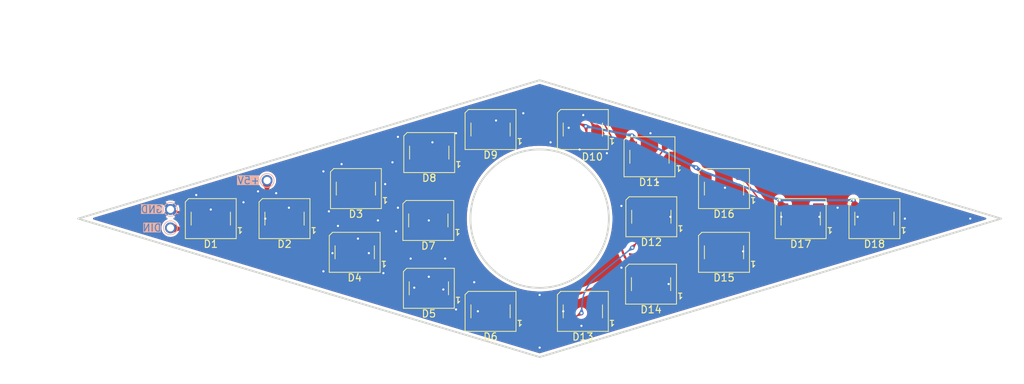
<source format=kicad_pcb>
(kicad_pcb (version 20241229) (generator "pcbnew") (generator_version "9.0")
  (layers (0 "F.Cu" signal) (2 "B.Cu" signal) (13 "F.Paste" user) (15 "B.Paste" user) (5 "F.SilkS" user "F.Silkscreen") (7 "B.SilkS" user "B.Silkscreen") (1 "F.Mask" user) (3 "B.Mask" user) (25 "Edge.Cuts" user))
  (net 0 "")
  (net 1 "GND")
  (net 2 "Net-(A1-D2)")
  (net 3 "Net-(D1-DOUT)")
  (net 4 "Net-(D2-DOUT)")
  (net 5 "Net-(D3-DOUT)")
  (net 6 "Net-(D4-DOUT)")
  (net 7 "Net-(D5-DOUT)")
  (net 8 "Net-(D6-DOUT)")
  (net 9 "Net-(D7-DOUT)")
  (net 10 "Net-(D8-DOUT)")
  (net 11 "Net-(D10-DIN)")
  (net 12 "Net-(D10-DOUT)")
  (net 13 "Net-(D11-DOUT)")
  (net 14 "Net-(D12-DOUT)")
  (net 15 "Net-(D13-DOUT)")
  (net 16 "Net-(D14-DOUT)")
  (net 17 "Net-(D15-DOUT)")
  (net 18 "Net-(D16-DOUT)")
  (net 19 "Net-(D17-DOUT)")
  (net 20 "Net-(D18-DOUT)")
  (net 21 "Net-(D1-VSS)")
  (net 22 "Net-(D1-DIN)")
  (footprint "LED_SMD:LED_WS2812B_PLCC4_5.0x5.0mm_P3.2mm" (layer "F.Cu") (at 153.539209 144.4595 180)
    (property "Reference" "D5" (at 0 -3.5 0) (layer "F.SilkS"))
    (property "Value" "WS2812B")
    (fp_line (start 3.5 2.3) (end 3.5 -2.75) (stroke (width 0.12)) (layer "F.SilkS"))
    (fp_line (start 3.05 2.75) (end 3.5 2.3) (stroke (width 0.12)) (layer "F.SilkS"))
    (fp_line (start 2.7 0.9) (end 2.7 -0.9) (stroke (width 0.12)) (layer "F.SilkS"))
    (fp_line (start -2.7 0.9) (end -2.7 -0.9) (stroke (width 0.12)) (layer "F.SilkS"))
    (fp_line (start -3.5 2.75) (end 3.05 2.75) (stroke (width 0.12)) (layer "F.SilkS"))
    (fp_line (start -3.5 -2.75) (end 3.5 -2.75) (stroke (width 0.12)) (layer "F.SilkS"))
    (fp_line (start -3.5 -2.75) (end -3.5 2.75) (stroke (width 0.12)) (layer "F.SilkS"))
    (fp_text user "1" (at -4 -1.6 180) (layer "F.SilkS") (effects (font (size 0.8 0.8))))
    (pad "1" smd roundrect (at -2.45 -1.65 180) (size 1.5 0.9) (layers "F.Cu" "F.Mask" "F.Paste") (roundrect_rratio 0.1) (net 1 "GND"))
    (pad "2" smd roundrect (at -2.45 1.65 180) (size 1.5 0.9) (layers "F.Cu" "F.Mask" "F.Paste") (roundrect_rratio 0.1) (net 7 "Net-(D5-DOUT)"))
    (pad "3" smd roundrect (at 2.45 1.65 180) (size 1.5 0.9) (layers "F.Cu" "F.Mask" "F.Paste") (roundrect_rratio 0.1) (net 21 "Net-(D1-VSS)"))
    (pad "4" smd roundrect (at 2.45 -1.65 180) (size 1.5 0.9) (layers "F.Cu" "F.Mask" "F.Paste") (roundrect_rratio 0.1) (net 6 "Net-(D4-DOUT)"))
  )
  (footprint "LED_SMD:LED_WS2812B_PLCC4_5.0x5.0mm_P3.2mm" (layer "F.Cu") (at 143.33782 139.506 180)
    (property "Reference" "D4" (at 0 -3.5 0) (layer "F.SilkS"))
    (property "Value" "WS2812B")
    (fp_line (start 3.5 2.3) (end 3.5 -2.75) (stroke (width 0.12)) (layer "F.SilkS"))
    (fp_line (start 3.05 2.75) (end 3.5 2.3) (stroke (width 0.12)) (layer "F.SilkS"))
    (fp_line (start 2.7 0.9) (end 2.7 -0.9) (stroke (width 0.12)) (layer "F.SilkS"))
    (fp_line (start -2.7 0.9) (end -2.7 -0.9) (stroke (width 0.12)) (layer "F.SilkS"))
    (fp_line (start -3.5 2.75) (end 3.05 2.75) (stroke (width 0.12)) (layer "F.SilkS"))
    (fp_line (start -3.5 -2.75) (end 3.5 -2.75) (stroke (width 0.12)) (layer "F.SilkS"))
    (fp_line (start -3.5 -2.75) (end -3.5 2.75) (stroke (width 0.12)) (layer "F.SilkS"))
    (fp_text user "1" (at -4 -1.6 180) (layer "F.SilkS") (effects (font (size 0.8 0.8))))
    (pad "1" smd roundrect (at -2.45 -1.65 180) (size 1.5 0.9) (layers "F.Cu" "F.Mask" "F.Paste") (roundrect_rratio 0.1) (net 1 "GND"))
    (pad "2" smd roundrect (at -2.45 1.65 180) (size 1.5 0.9) (layers "F.Cu" "F.Mask" "F.Paste") (roundrect_rratio 0.1) (net 6 "Net-(D4-DOUT)"))
    (pad "3" smd roundrect (at 2.45 1.65 180) (size 1.5 0.9) (layers "F.Cu" "F.Mask" "F.Paste") (roundrect_rratio 0.1) (net 21 "Net-(D1-VSS)"))
    (pad "4" smd roundrect (at 2.45 -1.65 180) (size 1.5 0.9) (layers "F.Cu" "F.Mask" "F.Paste") (roundrect_rratio 0.1) (net 5 "Net-(D3-DOUT)"))
  )
  (footprint "LED_SMD:LED_WS2812B_PLCC4_5.0x5.0mm_P3.2mm" (layer "F.Cu") (at 194.149263 130.742 180)
    (property "Reference" "D16" (at 0 -3.5 0) (layer "F.SilkS"))
    (property "Value" "WS2812B")
    (fp_line (start 3.5 2.3) (end 3.5 -2.75) (stroke (width 0.12)) (layer "F.SilkS"))
    (fp_line (start 3.05 2.75) (end 3.5 2.3) (stroke (width 0.12)) (layer "F.SilkS"))
    (fp_line (start 2.7 0.9) (end 2.7 -0.9) (stroke (width 0.12)) (layer "F.SilkS"))
    (fp_line (start -2.7 0.9) (end -2.7 -0.9) (stroke (width 0.12)) (layer "F.SilkS"))
    (fp_line (start -3.5 2.75) (end 3.05 2.75) (stroke (width 0.12)) (layer "F.SilkS"))
    (fp_line (start -3.5 -2.75) (end 3.5 -2.75) (stroke (width 0.12)) (layer "F.SilkS"))
    (fp_line (start -3.5 -2.75) (end -3.5 2.75) (stroke (width 0.12)) (layer "F.SilkS"))
    (fp_text user "1" (at -4 -1.6 180) (layer "F.SilkS") (effects (font (size 0.8 0.8))))
    (pad "1" smd roundrect (at -2.45 -1.65 180) (size 1.5 0.9) (layers "F.Cu" "F.Mask" "F.Paste") (roundrect_rratio 0.1) (net 1 "GND"))
    (pad "2" smd roundrect (at -2.45 1.65 180) (size 1.5 0.9) (layers "F.Cu" "F.Mask" "F.Paste") (roundrect_rratio 0.1) (net 18 "Net-(D16-DOUT)"))
    (pad "3" smd roundrect (at 2.45 1.65 180) (size 1.5 0.9) (layers "F.Cu" "F.Mask" "F.Paste") (roundrect_rratio 0.1) (net 21 "Net-(D1-VSS)"))
    (pad "4" smd roundrect (at 2.45 -1.65 180) (size 1.5 0.9) (layers "F.Cu" "F.Mask" "F.Paste") (roundrect_rratio 0.1) (net 17 "Net-(D15-DOUT)"))
  )
  (footprint "LED_SMD:LED_WS2812B_PLCC4_5.0x5.0mm_P3.2mm" (layer "F.Cu") (at 184.148876 134.6165 180)
    (property "Reference" "D12" (at 0 -3.5 0) (layer "F.SilkS"))
    (property "Value" "WS2812B")
    (fp_line (start 3.5 2.3) (end 3.5 -2.75) (stroke (width 0.12)) (layer "F.SilkS"))
    (fp_line (start 3.05 2.75) (end 3.5 2.3) (stroke (width 0.12)) (layer "F.SilkS"))
    (fp_line (start 2.7 0.9) (end 2.7 -0.9) (stroke (width 0.12)) (layer "F.SilkS"))
    (fp_line (start -2.7 0.9) (end -2.7 -0.9) (stroke (width 0.12)) (layer "F.SilkS"))
    (fp_line (start -3.5 2.75) (end 3.05 2.75) (stroke (width 0.12)) (layer "F.SilkS"))
    (fp_line (start -3.5 -2.75) (end 3.5 -2.75) (stroke (width 0.12)) (layer "F.SilkS"))
    (fp_line (start -3.5 -2.75) (end -3.5 2.75) (stroke (width 0.12)) (layer "F.SilkS"))
    (fp_text user "1" (at -4 -1.6 180) (layer "F.SilkS") (effects (font (size 0.8 0.8))))
    (pad "1" smd roundrect (at -2.45 -1.65 180) (size 1.5 0.9) (layers "F.Cu" "F.Mask" "F.Paste") (roundrect_rratio 0.1) (net 1 "GND"))
    (pad "2" smd roundrect (at -2.45 1.65 180) (size 1.5 0.9) (layers "F.Cu" "F.Mask" "F.Paste") (roundrect_rratio 0.1) (net 14 "Net-(D12-DOUT)"))
    (pad "3" smd roundrect (at 2.45 1.65 180) (size 1.5 0.9) (layers "F.Cu" "F.Mask" "F.Paste") (roundrect_rratio 0.1) (net 21 "Net-(D1-VSS)"))
    (pad "4" smd roundrect (at 2.45 -1.65 180) (size 1.5 0.9) (layers "F.Cu" "F.Mask" "F.Paste") (roundrect_rratio 0.1) (net 13 "Net-(D11-DOUT)"))
  )
  (footprint "LED_SMD:LED_WS2812B_PLCC4_5.0x5.0mm_P3.2mm" (layer "F.Cu") (at 123.534 134.874 180)
    (property "Reference" "D1" (at 0 -3.5 0) (layer "F.SilkS"))
    (property "Value" "WS2812B")
    (fp_line (start 3.5 2.3) (end 3.5 -2.75) (stroke (width 0.12)) (layer "F.SilkS"))
    (fp_line (start 3.05 2.75) (end 3.5 2.3) (stroke (width 0.12)) (layer "F.SilkS"))
    (fp_line (start 2.7 0.9) (end 2.7 -0.9) (stroke (width 0.12)) (layer "F.SilkS"))
    (fp_line (start -2.7 0.9) (end -2.7 -0.9) (stroke (width 0.12)) (layer "F.SilkS"))
    (fp_line (start -3.5 2.75) (end 3.05 2.75) (stroke (width 0.12)) (layer "F.SilkS"))
    (fp_line (start -3.5 -2.75) (end 3.5 -2.75) (stroke (width 0.12)) (layer "F.SilkS"))
    (fp_line (start -3.5 -2.75) (end -3.5 2.75) (stroke (width 0.12)) (layer "F.SilkS"))
    (fp_text user "1" (at -4 -1.6 180) (layer "F.SilkS") (effects (font (size 0.8 0.8))))
    (pad "1" smd roundrect (at -2.45 -1.65 180) (size 1.5 0.9) (layers "F.Cu" "F.Mask" "F.Paste") (roundrect_rratio 0.1) (net 1 "GND"))
    (pad "2" smd roundrect (at -2.45 1.65 180) (size 1.5 0.9) (layers "F.Cu" "F.Mask" "F.Paste") (roundrect_rratio 0.1) (net 3 "Net-(D1-DOUT)"))
    (pad "3" smd roundrect (at 2.45 1.65 180) (size 1.5 0.9) (layers "F.Cu" "F.Mask" "F.Paste") (roundrect_rratio 0.1) (net 21 "Net-(D1-VSS)"))
    (pad "4" smd roundrect (at 2.45 -1.65 180) (size 1.5 0.9) (layers "F.Cu" "F.Mask" "F.Paste") (roundrect_rratio 0.1) (net 22 "Net-(D1-DIN)"))
  )
  (footprint "LED_SMD:LED_WS2812B_PLCC4_5.0x5.0mm_P3.2mm" (layer "F.Cu") (at 143.50182 130.742 180)
    (property "Reference" "D3" (at 0 -3.5 0) (layer "F.SilkS"))
    (property "Value" "WS2812B")
    (fp_line (start 3.5 2.3) (end 3.5 -2.75) (stroke (width 0.12)) (layer "F.SilkS"))
    (fp_line (start 3.05 2.75) (end 3.5 2.3) (stroke (width 0.12)) (layer "F.SilkS"))
    (fp_line (start 2.7 0.9) (end 2.7 -0.9) (stroke (width 0.12)) (layer "F.SilkS"))
    (fp_line (start -2.7 0.9) (end -2.7 -0.9) (stroke (width 0.12)) (layer "F.SilkS"))
    (fp_line (start -3.5 2.75) (end 3.05 2.75) (stroke (width 0.12)) (layer "F.SilkS"))
    (fp_line (start -3.5 -2.75) (end 3.5 -2.75) (stroke (width 0.12)) (layer "F.SilkS"))
    (fp_line (start -3.5 -2.75) (end -3.5 2.75) (stroke (width 0.12)) (layer "F.SilkS"))
    (fp_text user "1" (at -4 -1.6 180) (layer "F.SilkS") (effects (font (size 0.8 0.8))))
    (pad "1" smd roundrect (at -2.45 -1.65 180) (size 1.5 0.9) (layers "F.Cu" "F.Mask" "F.Paste") (roundrect_rratio 0.1) (net 1 "GND"))
    (pad "2" smd roundrect (at -2.45 1.65 180) (size 1.5 0.9) (layers "F.Cu" "F.Mask" "F.Paste") (roundrect_rratio 0.1) (net 5 "Net-(D3-DOUT)"))
    (pad "3" smd roundrect (at 2.45 1.65 180) (size 1.5 0.9) (layers "F.Cu" "F.Mask" "F.Paste") (roundrect_rratio 0.1) (net 21 "Net-(D1-VSS)"))
    (pad "4" smd roundrect (at 2.45 -1.65 180) (size 1.5 0.9) (layers "F.Cu" "F.Mask" "F.Paste") (roundrect_rratio 0.1) (net 4 "Net-(D2-DOUT)"))
  )
  (footprint "LED_SMD:LED_WS2812B_PLCC4_5.0x5.0mm_P3.2mm" (layer "F.Cu") (at 133.679889 134.874 180)
    (property "Reference" "D2" (at 0 -3.5 0) (layer "F.SilkS"))
    (property "Value" "WS2812B")
    (fp_line (start 3.5 2.3) (end 3.5 -2.75) (stroke (width 0.12)) (layer "F.SilkS"))
    (fp_line (start 3.05 2.75) (end 3.5 2.3) (stroke (width 0.12)) (layer "F.SilkS"))
    (fp_line (start 2.7 0.9) (end 2.7 -0.9) (stroke (width 0.12)) (layer "F.SilkS"))
    (fp_line (start -2.7 0.9) (end -2.7 -0.9) (stroke (width 0.12)) (layer "F.SilkS"))
    (fp_line (start -3.5 2.75) (end 3.05 2.75) (stroke (width 0.12)) (layer "F.SilkS"))
    (fp_line (start -3.5 -2.75) (end 3.5 -2.75) (stroke (width 0.12)) (layer "F.SilkS"))
    (fp_line (start -3.5 -2.75) (end -3.5 2.75) (stroke (width 0.12)) (layer "F.SilkS"))
    (fp_text user "1" (at -4 -1.6 180) (layer "F.SilkS") (effects (font (size 0.8 0.8))))
    (pad "1" smd roundrect (at -2.45 -1.65 180) (size 1.5 0.9) (layers "F.Cu" "F.Mask" "F.Paste") (roundrect_rratio 0.1) (net 1 "GND"))
    (pad "2" smd roundrect (at -2.45 1.65 180) (size 1.5 0.9) (layers "F.Cu" "F.Mask" "F.Paste") (roundrect_rratio 0.1) (net 4 "Net-(D2-DOUT)"))
    (pad "3" smd roundrect (at 2.45 1.65 180) (size 1.5 0.9) (layers "F.Cu" "F.Mask" "F.Paste") (roundrect_rratio 0.1) (net 21 "Net-(D1-VSS)"))
    (pad "4" smd roundrect (at 2.45 -1.65 180) (size 1.5 0.9) (layers "F.Cu" "F.Mask" "F.Paste") (roundrect_rratio 0.1) (net 3 "Net-(D1-DOUT)"))
  )
  (footprint "LED_SMD:LED_WS2812B_PLCC4_5.0x5.0mm_P3.2mm" (layer "F.Cu") (at 153.592208 125.7885 180)
    (property "Reference" "D8" (at 0 -3.5 0) (layer "F.SilkS"))
    (property "Value" "WS2812B")
    (fp_line (start 3.5 2.3) (end 3.5 -2.75) (stroke (width 0.12)) (layer "F.SilkS"))
    (fp_line (start 3.05 2.75) (end 3.5 2.3) (stroke (width 0.12)) (layer "F.SilkS"))
    (fp_line (start 2.7 0.9) (end 2.7 -0.9) (stroke (width 0.12)) (layer "F.SilkS"))
    (fp_line (start -2.7 0.9) (end -2.7 -0.9) (stroke (width 0.12)) (layer "F.SilkS"))
    (fp_line (start -3.5 2.75) (end 3.05 2.75) (stroke (width 0.12)) (layer "F.SilkS"))
    (fp_line (start -3.5 -2.75) (end 3.5 -2.75) (stroke (width 0.12)) (layer "F.SilkS"))
    (fp_line (start -3.5 -2.75) (end -3.5 2.75) (stroke (width 0.12)) (layer "F.SilkS"))
    (fp_text user "1" (at -4 -1.6 180) (layer "F.SilkS") (effects (font (size 0.8 0.8))))
    (pad "1" smd roundrect (at -2.45 -1.65 180) (size 1.5 0.9) (layers "F.Cu" "F.Mask" "F.Paste") (roundrect_rratio 0.1) (net 1 "GND"))
    (pad "2" smd roundrect (at -2.45 1.65 180) (size 1.5 0.9) (layers "F.Cu" "F.Mask" "F.Paste") (roundrect_rratio 0.1) (net 10 "Net-(D8-DOUT)"))
    (pad "3" smd roundrect (at 2.45 1.65 180) (size 1.5 0.9) (layers "F.Cu" "F.Mask" "F.Paste") (roundrect_rratio 0.1) (net 21 "Net-(D1-VSS)"))
    (pad "4" smd roundrect (at 2.45 -1.65 180) (size 1.5 0.9) (layers "F.Cu" "F.Mask" "F.Paste") (roundrect_rratio 0.1) (net 9 "Net-(D7-DOUT)"))
  )
  (footprint "LED_SMD:LED_WS2812B_PLCC4_5.0x5.0mm_P3.2mm" (layer "F.Cu") (at 204.701111 134.874 180)
    (property "Reference" "D17" (at 0 -3.5 0) (layer "F.SilkS"))
    (property "Value" "WS2812B")
    (fp_line (start 3.5 2.3) (end 3.5 -2.75) (stroke (width 0.12)) (layer "F.SilkS"))
    (fp_line (start 3.05 2.75) (end 3.5 2.3) (stroke (width 0.12)) (layer "F.SilkS"))
    (fp_line (start 2.7 0.9) (end 2.7 -0.9) (stroke (width 0.12)) (layer "F.SilkS"))
    (fp_line (start -2.7 0.9) (end -2.7 -0.9) (stroke (width 0.12)) (layer "F.SilkS"))
    (fp_line (start -3.5 2.75) (end 3.05 2.75) (stroke (width 0.12)) (layer "F.SilkS"))
    (fp_line (start -3.5 -2.75) (end 3.5 -2.75) (stroke (width 0.12)) (layer "F.SilkS"))
    (fp_line (start -3.5 -2.75) (end -3.5 2.75) (stroke (width 0.12)) (layer "F.SilkS"))
    (fp_text user "1" (at -4 -1.6 180) (layer "F.SilkS") (effects (font (size 0.8 0.8))))
    (pad "1" smd roundrect (at -2.45 -1.65 180) (size 1.5 0.9) (layers "F.Cu" "F.Mask" "F.Paste") (roundrect_rratio 0.1) (net 1 "GND"))
    (pad "2" smd roundrect (at -2.45 1.65 180) (size 1.5 0.9) (layers "F.Cu" "F.Mask" "F.Paste") (roundrect_rratio 0.1) (net 19 "Net-(D17-DOUT)"))
    (pad "3" smd roundrect (at 2.45 1.65 180) (size 1.5 0.9) (layers "F.Cu" "F.Mask" "F.Paste") (roundrect_rratio 0.1) (net 21 "Net-(D1-VSS)"))
    (pad "4" smd roundrect (at 2.45 -1.65 180) (size 1.5 0.9) (layers "F.Cu" "F.Mask" "F.Paste") (roundrect_rratio 0.1) (net 18 "Net-(D16-DOUT)"))
  )
  (footprint "LED_SMD:LED_WS2812B_PLCC4_5.0x5.0mm_P3.2mm" (layer "F.Cu") (at 174.727042 122.6155 180)
    (property "Reference" "D10" (at -1.305958 -3.7585 0) (layer "F.SilkS"))
    (property "Value" "WS2812B")
    (fp_line (start 3.5 2.3) (end 3.5 -2.75) (stroke (width 0.12)) (layer "F.SilkS"))
    (fp_line (start 3.05 2.75) (end 3.5 2.3) (stroke (width 0.12)) (layer "F.SilkS"))
    (fp_line (start 2.7 0.9) (end 2.7 -0.9) (stroke (width 0.12)) (layer "F.SilkS"))
    (fp_line (start -2.7 0.9) (end -2.7 -0.9) (stroke (width 0.12)) (layer "F.SilkS"))
    (fp_line (start -3.5 2.75) (end 3.05 2.75) (stroke (width 0.12)) (layer "F.SilkS"))
    (fp_line (start -3.5 -2.75) (end 3.5 -2.75) (stroke (width 0.12)) (layer "F.SilkS"))
    (fp_line (start -3.5 -2.75) (end -3.5 2.75) (stroke (width 0.12)) (layer "F.SilkS"))
    (fp_text user "1" (at -4 -1.6 180) (layer "F.SilkS") (effects (font (size 0.8 0.8))))
    (pad "1" smd roundrect (at -2.45 -1.65 180) (size 1.5 0.9) (layers "F.Cu" "F.Mask" "F.Paste") (roundrect_rratio 0.1) (net 1 "GND"))
    (pad "2" smd roundrect (at -2.45 1.65 180) (size 1.5 0.9) (layers "F.Cu" "F.Mask" "F.Paste") (roundrect_rratio 0.1) (net 12 "Net-(D10-DOUT)"))
    (pad "3" smd roundrect (at 2.45 1.65 180) (size 1.5 0.9) (layers "F.Cu" "F.Mask" "F.Paste") (roundrect_rratio 0.1) (net 21 "Net-(D1-VSS)"))
    (pad "4" smd roundrect (at 2.45 -1.65 180) (size 1.5 0.9) (layers "F.Cu" "F.Mask" "F.Paste") (roundrect_rratio 0.1) (net 11 "Net-(D10-DIN)"))
  )
  (footprint "LED_SMD:LED_WS2812B_PLCC4_5.0x5.0mm_P3.2mm" (layer "F.Cu") (at 184.111876 143.8875 180)
    (property "Reference" "D14" (at 0 -3.5 0) (layer "F.SilkS"))
    (property "Value" "WS2812B")
    (fp_line (start 3.5 2.3) (end 3.5 -2.75) (stroke (width 0.12)) (layer "F.SilkS"))
    (fp_line (start 3.05 2.75) (end 3.5 2.3) (stroke (width 0.12)) (layer "F.SilkS"))
    (fp_line (start 2.7 0.9) (end 2.7 -0.9) (stroke (width 0.12)) (layer "F.SilkS"))
    (fp_line (start -2.7 0.9) (end -2.7 -0.9) (stroke (width 0.12)) (layer "F.SilkS"))
    (fp_line (start -3.5 2.75) (end 3.05 2.75) (stroke (width 0.12)) (layer "F.SilkS"))
    (fp_line (start -3.5 -2.75) (end 3.5 -2.75) (stroke (width 0.12)) (layer "F.SilkS"))
    (fp_line (start -3.5 -2.75) (end -3.5 2.75) (stroke (width 0.12)) (layer "F.SilkS"))
    (fp_text user "1" (at -4 -1.6 180) (layer "F.SilkS") (effects (font (size 0.8 0.8))))
    (pad "1" smd roundrect (at -2.45 -1.65 180) (size 1.5 0.9) (layers "F.Cu" "F.Mask" "F.Paste") (roundrect_rratio 0.1) (net 1 "GND"))
    (pad "2" smd roundrect (at -2.45 1.65 180) (size 1.5 0.9) (layers "F.Cu" "F.Mask" "F.Paste") (roundrect_rratio 0.1) (net 16 "Net-(D14-DOUT)"))
    (pad "3" smd roundrect (at 2.45 1.65 180) (size 1.5 0.9) (layers "F.Cu" "F.Mask" "F.Paste") (roundrect_rratio 0.1) (net 21 "Net-(D1-VSS)"))
    (pad "4" smd roundrect (at 2.45 -1.65 180) (size 1.5 0.9) (layers "F.Cu" "F.Mask" "F.Paste") (roundrect_rratio 0.1) (net 15 "Net-(D13-DOUT)"))
  )
  (footprint "LED_SMD:LED_WS2812B_PLCC4_5.0x5.0mm_P3.2mm" (layer "F.Cu") (at 162.027041 147.6325 180)
    (property "Reference" "D6" (at 0 -3.5 0) (layer "F.SilkS"))
    (property "Value" "WS2812B")
    (fp_line (start 3.5 2.3) (end 3.5 -2.75) (stroke (width 0.12)) (layer "F.SilkS"))
    (fp_line (start 3.05 2.75) (end 3.5 2.3) (stroke (width 0.12)) (layer "F.SilkS"))
    (fp_line (start 2.7 0.9) (end 2.7 -0.9) (stroke (width 0.12)) (layer "F.SilkS"))
    (fp_line (start -2.7 0.9) (end -2.7 -0.9) (stroke (width 0.12)) (layer "F.SilkS"))
    (fp_line (start -3.5 2.75) (end 3.05 2.75) (stroke (width 0.12)) (layer "F.SilkS"))
    (fp_line (start -3.5 -2.75) (end 3.5 -2.75) (stroke (width 0.12)) (layer "F.SilkS"))
    (fp_line (start -3.5 -2.75) (end -3.5 2.75) (stroke (width 0.12)) (layer "F.SilkS"))
    (fp_text user "1" (at -4 -1.6 180) (layer "F.SilkS") (effects (font (size 0.8 0.8))))
    (pad "1" smd roundrect (at -2.45 -1.65 180) (size 1.5 0.9) (layers "F.Cu" "F.Mask" "F.Paste") (roundrect_rratio 0.1) (net 1 "GND"))
    (pad "2" smd roundrect (at -2.45 1.65 180) (size 1.5 0.9) (layers "F.Cu" "F.Mask" "F.Paste") (roundrect_rratio 0.1) (net 8 "Net-(D6-DOUT)"))
    (pad "3" smd roundrect (at 2.45 1.65 180) (size 1.5 0.9) (layers "F.Cu" "F.Mask" "F.Paste") (roundrect_rratio 0.1) (net 21 "Net-(D1-VSS)"))
    (pad "4" smd roundrect (at 2.45 -1.65 180) (size 1.5 0.9) (layers "F.Cu" "F.Mask" "F.Paste") (roundrect_rratio 0.1) (net 7 "Net-(D5-DOUT)"))
  )
  (footprint "LED_SMD:LED_WS2812B_PLCC4_5.0x5.0mm_P3.2mm" (layer "F.Cu") (at 162.027042 122.6155 180)
    (property "Reference" "D9" (at 0 -3.5 0) (layer "F.SilkS"))
    (property "Value" "WS2812B")
    (fp_line (start 3.5 2.3) (end 3.5 -2.75) (stroke (width 0.12)) (layer "F.SilkS"))
    (fp_line (start 3.05 2.75) (end 3.5 2.3) (stroke (width 0.12)) (layer "F.SilkS"))
    (fp_line (start 2.7 0.9) (end 2.7 -0.9) (stroke (width 0.12)) (layer "F.SilkS"))
    (fp_line (start -2.7 0.9) (end -2.7 -0.9) (stroke (width 0.12)) (layer "F.SilkS"))
    (fp_line (start -3.5 2.75) (end 3.05 2.75) (stroke (width 0.12)) (layer "F.SilkS"))
    (fp_line (start -3.5 -2.75) (end 3.5 -2.75) (stroke (width 0.12)) (layer "F.SilkS"))
    (fp_line (start -3.5 -2.75) (end -3.5 2.75) (stroke (width 0.12)) (layer "F.SilkS"))
    (fp_text user "1" (at -4 -1.6 180) (layer "F.SilkS") (effects (font (size 0.8 0.8))))
    (pad "1" smd roundrect (at -2.45 -1.65 180) (size 1.5 0.9) (layers "F.Cu" "F.Mask" "F.Paste") (roundrect_rratio 0.1) (net 1 "GND"))
    (pad "2" smd roundrect (at -2.45 1.65 180) (size 1.5 0.9) (layers "F.Cu" "F.Mask" "F.Paste") (roundrect_rratio 0.1) (net 11 "Net-(D10-DIN)"))
    (pad "3" smd roundrect (at 2.45 1.65 180) (size 1.5 0.9) (layers "F.Cu" "F.Mask" "F.Paste") (roundrect_rratio 0.1) (net 21 "Net-(D1-VSS)"))
    (pad "4" smd roundrect (at 2.45 -1.65 180) (size 1.5 0.9) (layers "F.Cu" "F.Mask" "F.Paste") (roundrect_rratio 0.1) (net 10 "Net-(D8-DOUT)"))
  )
  (footprint "LED_SMD:LED_WS2812B_PLCC4_5.0x5.0mm_P3.2mm" (layer "F.Cu") (at 183.894875 126.3605 180)
    (property "Reference" "D11" (at 0 -3.5 0) (layer "F.SilkS"))
    (property "Value" "WS2812B")
    (fp_line (start 3.5 2.3) (end 3.5 -2.75) (stroke (width 0.12)) (layer "F.SilkS"))
    (fp_line (start 3.05 2.75) (end 3.5 2.3) (stroke (width 0.12)) (layer "F.SilkS"))
    (fp_line (start 2.7 0.9) (end 2.7 -0.9) (stroke (width 0.12)) (layer "F.SilkS"))
    (fp_line (start -2.7 0.9) (end -2.7 -0.9) (stroke (width 0.12)) (layer "F.SilkS"))
    (fp_line (start -3.5 2.75) (end 3.05 2.75) (stroke (width 0.12)) (layer "F.SilkS"))
    (fp_line (start -3.5 -2.75) (end 3.5 -2.75) (stroke (width 0.12)) (layer "F.SilkS"))
    (fp_line (start -3.5 -2.75) (end -3.5 2.75) (stroke (width 0.12)) (layer "F.SilkS"))
    (fp_text user "1" (at -4 -1.6 180) (layer "F.SilkS") (effects (font (size 0.8 0.8))))
    (pad "1" smd roundrect (at -2.45 -1.65 180) (size 1.5 0.9) (layers "F.Cu" "F.Mask" "F.Paste") (roundrect_rratio 0.1) (net 1 "GND"))
    (pad "2" smd roundrect (at -2.45 1.65 180) (size 1.5 0.9) (layers "F.Cu" "F.Mask" "F.Paste") (roundrect_rratio 0.1) (net 13 "Net-(D11-DOUT)"))
    (pad "3" smd roundrect (at 2.45 1.65 180) (size 1.5 0.9) (layers "F.Cu" "F.Mask" "F.Paste") (roundrect_rratio 0.1) (net 21 "Net-(D1-VSS)"))
    (pad "4" smd roundrect (at 2.45 -1.65 180) (size 1.5 0.9) (layers "F.Cu" "F.Mask" "F.Paste") (roundrect_rratio 0.1) (net 12 "Net-(D10-DOUT)"))
  )
  (footprint "LED_SMD:LED_WS2812B_PLCC4_5.0x5.0mm_P3.2mm" (layer "F.Cu") (at 153.465209 135.124 180)
    (property "Reference" "D7" (at 0 -3.5 0) (layer "F.SilkS"))
    (property "Value" "WS2812B")
    (fp_line (start 3.5 2.3) (end 3.5 -2.75) (stroke (width 0.12)) (layer "F.SilkS"))
    (fp_line (start 3.05 2.75) (end 3.5 2.3) (stroke (width 0.12)) (layer "F.SilkS"))
    (fp_line (start 2.7 0.9) (end 2.7 -0.9) (stroke (width 0.12)) (layer "F.SilkS"))
    (fp_line (start -2.7 0.9) (end -2.7 -0.9) (stroke (width 0.12)) (layer "F.SilkS"))
    (fp_line (start -3.5 2.75) (end 3.05 2.75) (stroke (width 0.12)) (layer "F.SilkS"))
    (fp_line (start -3.5 -2.75) (end 3.5 -2.75) (stroke (width 0.12)) (layer "F.SilkS"))
    (fp_line (start -3.5 -2.75) (end -3.5 2.75) (stroke (width 0.12)) (layer "F.SilkS"))
    (fp_text user "1" (at -4 -1.6 180) (layer "F.SilkS") (effects (font (size 0.8 0.8))))
    (pad "1" smd roundrect (at -2.45 -1.65 180) (size 1.5 0.9) (layers "F.Cu" "F.Mask" "F.Paste") (roundrect_rratio 0.1) (net 1 "GND"))
    (pad "2" smd roundrect (at -2.45 1.65 180) (size 1.5 0.9) (layers "F.Cu" "F.Mask" "F.Paste") (roundrect_rratio 0.1) (net 9 "Net-(D7-DOUT)"))
    (pad "3" smd roundrect (at 2.45 1.65 180) (size 1.5 0.9) (layers "F.Cu" "F.Mask" "F.Paste") (roundrect_rratio 0.1) (net 21 "Net-(D1-VSS)"))
    (pad "4" smd roundrect (at 2.45 -1.65 180) (size 1.5 0.9) (layers "F.Cu" "F.Mask" "F.Paste") (roundrect_rratio 0.1) (net 8 "Net-(D6-DOUT)"))
  )
  (footprint "LED_SMD:LED_WS2812B_PLCC4_5.0x5.0mm_P3.2mm" (layer "F.Cu") (at 194.149264 139.506 180)
    (property "Reference" "D15" (at 0 -3.5 0) (layer "F.SilkS"))
    (property "Value" "WS2812B")
    (fp_line (start 3.5 2.3) (end 3.5 -2.75) (stroke (width 0.12)) (layer "F.SilkS"))
    (fp_line (start 3.05 2.75) (end 3.5 2.3) (stroke (width 0.12)) (layer "F.SilkS"))
    (fp_line (start 2.7 0.9) (end 2.7 -0.9) (stroke (width 0.12)) (layer "F.SilkS"))
    (fp_line (start -2.7 0.9) (end -2.7 -0.9) (stroke (width 0.12)) (layer "F.SilkS"))
    (fp_line (start -3.5 2.75) (end 3.05 2.75) (stroke (width 0.12)) (layer "F.SilkS"))
    (fp_line (start -3.5 -2.75) (end 3.5 -2.75) (stroke (width 0.12)) (layer "F.SilkS"))
    (fp_line (start -3.5 -2.75) (end -3.5 2.75) (stroke (width 0.12)) (layer "F.SilkS"))
    (fp_text user "1" (at -4 -1.6 180) (layer "F.SilkS") (effects (font (size 0.8 0.8))))
    (pad "1" smd roundrect (at -2.45 -1.65 180) (size 1.5 0.9) (layers "F.Cu" "F.Mask" "F.Paste") (roundrect_rratio 0.1) (net 1 "GND"))
    (pad "2" smd roundrect (at -2.45 1.65 180) (size 1.5 0.9) (layers "F.Cu" "F.Mask" "F.Paste") (roundrect_rratio 0.1) (net 17 "Net-(D15-DOUT)"))
    (pad "3" smd roundrect (at 2.45 1.65 180) (size 1.5 0.9) (layers "F.Cu" "F.Mask" "F.Paste") (roundrect_rratio 0.1) (net 21 "Net-(D1-VSS)"))
    (pad "4" smd roundrect (at 2.45 -1.65 180) (size 1.5 0.9) (layers "F.Cu" "F.Mask" "F.Paste") (roundrect_rratio 0.1) (net 16 "Net-(D14-DOUT)"))
  )
  (footprint "LED_SMD:LED_WS2812B_PLCC4_5.0x5.0mm_P3.2mm" (layer "F.Cu") (at 174.727041 147.6325 180)
    (property "Reference" "D13" (at 0 -3.5 0) (layer "F.SilkS"))
    (property "Value" "WS2812B")
    (fp_line (start 3.5 2.3) (end 3.5 -2.75) (stroke (width 0.12)) (layer "F.SilkS"))
    (fp_line (start 3.05 2.75) (end 3.5 2.3) (stroke (width 0.12)) (layer "F.SilkS"))
    (fp_line (start 2.7 0.9) (end 2.7 -0.9) (stroke (width 0.12)) (layer "F.SilkS"))
    (fp_line (start -2.7 0.9) (end -2.7 -0.9) (stroke (width 0.12)) (layer "F.SilkS"))
    (fp_line (start -3.5 2.75) (end 3.05 2.75) (stroke (width 0.12)) (layer "F.SilkS"))
    (fp_line (start -3.5 -2.75) (end 3.5 -2.75) (stroke (width 0.12)) (layer "F.SilkS"))
    (fp_line (start -3.5 -2.75) (end -3.5 2.75) (stroke (width 0.12)) (layer "F.SilkS"))
    (fp_text user "1" (at -4 -1.6 180) (layer "F.SilkS") (effects (font (size 0.8 0.8))))
    (pad "1" smd roundrect (at -2.45 -1.65 180) (size 1.5 0.9) (layers "F.Cu" "F.Mask" "F.Paste") (roundrect_rratio 0.1) (net 1 "GND"))
    (pad "2" smd roundrect (at -2.45 1.65 180) (size 1.5 0.9) (layers "F.Cu" "F.Mask" "F.Paste") (roundrect_rratio 0.1) (net 15 "Net-(D13-DOUT)"))
    (pad "3" smd roundrect (at 2.45 1.65 180) (size 1.5 0.9) (layers "F.Cu" "F.Mask" "F.Paste") (roundrect_rratio 0.1) (net 21 "Net-(D1-VSS)"))
    (pad "4" smd roundrect (at 2.45 -1.65 180) (size 1.5 0.9) (layers "F.Cu" "F.Mask" "F.Paste") (roundrect_rratio 0.1) (net 14 "Net-(D12-DOUT)"))
  )
  (footprint "LED_SMD:LED_WS2812B_PLCC4_5.0x5.0mm_P3.2mm" (layer "F.Cu") (at 214.847 134.874 180)
    (property "Reference" "D18" (at 0 -3.5 0) (layer "F.SilkS"))
    (property "Value" "WS2812B")
    (fp_line (start 3.5 2.3) (end 3.5 -2.75) (stroke (width 0.12)) (layer "F.SilkS"))
    (fp_line (start 3.05 2.75) (end 3.5 2.3) (stroke (width 0.12)) (layer "F.SilkS"))
    (fp_line (start 2.7 0.9) (end 2.7 -0.9) (stroke (width 0.12)) (layer "F.SilkS"))
    (fp_line (start -2.7 0.9) (end -2.7 -0.9) (stroke (width 0.12)) (layer "F.SilkS"))
    (fp_line (start -3.5 2.75) (end 3.05 2.75) (stroke (width 0.12)) (layer "F.SilkS"))
    (fp_line (start -3.5 -2.75) (end 3.5 -2.75) (stroke (width 0.12)) (layer "F.SilkS"))
    (fp_line (start -3.5 -2.75) (end -3.5 2.75) (stroke (width 0.12)) (layer "F.SilkS"))
    (fp_text user "1" (at -4 -1.6 180) (layer "F.SilkS") (effects (font (size 0.8 0.8))))
    (pad "1" smd roundrect (at -2.45 -1.65 180) (size 1.5 0.9) (layers "F.Cu" "F.Mask" "F.Paste") (roundrect_rratio 0.1) (net 1 "GND"))
    (pad "2" smd roundrect (at -2.45 1.65 180) (size 1.5 0.9) (layers "F.Cu" "F.Mask" "F.Paste") (roundrect_rratio 0.1) (net 20 "Net-(D18-DOUT)"))
    (pad "3" smd roundrect (at 2.45 1.65 180) (size 1.5 0.9) (layers "F.Cu" "F.Mask" "F.Paste") (roundrect_rratio 0.1) (net 21 "Net-(D1-VSS)"))
    (pad "4" smd roundrect (at 2.45 -1.65 180) (size 1.5 0.9) (layers "F.Cu" "F.Mask" "F.Paste") (roundrect_rratio 0.1) (net 19 "Net-(D17-DOUT)"))
  )
  (footprint "TestPoint:TestPoint_Pad_D1.5mm" (layer "B.Cu") (at 131.283 129.624)
    (property "Reference" "+5V" (at -2.54 0 180) (layer "B.SilkS" knockout) (effects (font (thickness 0.125)) (justify mirror)))
    (property "Value" "TestPoint_Pad_D1.5mm")
    (fp_circle (center 0 0) (end 0 -0.95) (stroke (width 0.12)) (fill no) (layer "B.SilkS"))
    (pad "1" thru_hole circle (at 0 0) (size 1.5 1.5) (drill 1) (layers "*.Cu" "*.Mask") (net 21 "Net-(D1-VSS)"))
  )
  (footprint "TestPoint:TestPoint_Pad_D1.5mm" (layer "B.Cu") (at 117.983 133.604)
    (property "Reference" "GND" (at -2.54 0 180) (layer "B.SilkS" knockout) (effects (font (thickness 0.125)) (justify mirror)))
    (property "Value" "TestPoint_Pad_D1.5mm")
    (fp_circle (center 0 0) (end 0 -0.95) (stroke (width 0.12)) (fill no) (layer "B.SilkS"))
    (pad "1" thru_hole circle (at 0 0) (size 1.5 1.5) (drill 1) (layers "*.Cu" "*.Mask") (net 1 "GND"))
  )
  (footprint "TestPoint:TestPoint_Pad_D1.5mm" (layer "B.Cu") (at 117.983 136.144)
    (property "Reference" "DIN" (at -2.54 0 180) (layer "B.SilkS" knockout) (effects (font (thickness 0.125)) (justify mirror)))
    (property "Value" "TestPoint_Pad_D1.5mm")
    (fp_circle (center 0 0) (end 0 -0.95) (stroke (width 0.12)) (fill no) (layer "B.SilkS"))
    (pad "1" thru_hole circle (at 0 0) (size 1.5 1.5) (drill 1) (layers "*.Cu" "*.Mask") (net 2 "Net-(A1-D2)"))
  )
  (gr_circle (center 168.783 134.874) (end 178.308 134.874) (stroke (width 0.25)) (fill no) (layer "Edge.Cuts"))
  (gr_line (start 168.783 153.924) (end 232.283 134.874) (stroke (width 0.25)) (layer "Edge.Cuts"))
  (gr_line (start 105.283 134.874) (end 168.783 153.924) (stroke (width 0.25)) (layer "Edge.Cuts"))
  (gr_line (start 232.283 134.874) (end 168.783 115.824) (stroke (width 0.25)) (layer "Edge.Cuts"))
  (gr_line (start 168.783 115.824) (end 105.283 134.874) (stroke (width 0.25)) (layer "Edge.Cuts"))
  (segment (start 125.984 136.524) (end 117.983 133.604) (width 0.3) (layer "F.Cu") (net 1))
  (via (at 149.283 123.624) (size 0.6) (drill 0.3) (layers "F.Cu" "B.Cu") (net 1))
  (via (at 212.533 134.624) (size 0.6) (drill 0.3) (layers "F.Cu" "B.Cu") (net 1))
  (via (at 148.533 127.124) (size 0.6) (drill 0.3) (layers "F.Cu" "B.Cu") (net 1))
  (via (at 186.533 143.874) (size 0.6) (drill 0.3) (layers "F.Cu" "B.Cu") (net 1))
  (via (at 219.033 134.874) (size 0.6) (drill 0.3) (layers "F.Cu" "B.Cu") (net 1))
  (via (at 157.283 147.374) (size 0.6) (drill 0.3) (layers "F.Cu" "B.Cu") (net 1))
  (via (at 196.783 139.374) (size 0.6) (drill 0.3) (layers "F.Cu" "B.Cu") (net 1))
  (via (at 151.533 144.374) (size 0.6) (drill 0.3) (layers "F.Cu" "B.Cu") (net 1))
  (via (at 153.533 142.874) (size 0.6) (drill 0.3) (layers "F.Cu" "B.Cu") (net 1))
  (via (at 130.033 131.124) (size 0.6) (drill 0.3) (layers "F.Cu" "B.Cu") (net 1))
  (via (at 141.033 135.874) (size 0.6) (drill 0.3) (layers "F.Cu" "B.Cu") (net 1))
  (via (at 147.533 130.124) (size 0.6) (drill 0.3) (layers "F.Cu" "B.Cu") (net 1))
  (via (at 155.533 144.624) (size 0.6) (drill 0.3) (layers "F.Cu" "B.Cu") (net 1))
  (via (at 172.783 122.374) (size 0.6) (drill 0.3) (layers "F.Cu" "B.Cu") (net 1))
  (via (at 128.033 132.624) (size 0.6) (drill 0.3) (layers "F.Cu" "B.Cu") (net 1))
  (via (at 170.283 124.374) (size 0.6) (drill 0.3) (layers "F.Cu" "B.Cu") (net 1))
  (via (at 157.283 123.124) (size 0.6) (drill 0.3) (layers "F.Cu" "B.Cu") (net 1))
  (via (at 131.033 134.874) (size 0.6) (drill 0.3) (layers "F.Cu" "B.Cu") (net 1))
  (via (at 178.033 125.874) (size 0.6) (drill 0.3) (layers "F.Cu" "B.Cu") (net 1))
  (via (at 146.533 135.124) (size 0.6) (drill 0.3) (layers "F.Cu" "B.Cu") (net 1))
  (via (at 149.283 133.374) (size 0.6) (drill 0.3) (layers "F.Cu" "B.Cu") (net 1))
  (via (at 162.783 121.374) (size 0.6) (drill 0.3) (layers "F.Cu" "B.Cu") (net 1))
  (via (at 145.283 139.624) (size 0.6) (drill 0.3) (layers "F.Cu" "B.Cu") (net 1))
  (via (at 155.783 140.374) (size 0.6) (drill 0.3) (layers "F.Cu" "B.Cu") (net 1))
  (via (at 174.283 125.374) (size 0.6) (drill 0.3) (layers "F.Cu" "B.Cu") (net 1))
  (via (at 139.783 133.874) (size 0.6) (drill 0.3) (layers "F.Cu" "B.Cu") (net 1))
  (via (at 139.033 128.374) (size 0.6) (drill 0.3) (layers "F.Cu" "B.Cu") (net 1))
  (via (at 151.033 140.374) (size 0.6) (drill 0.3) (layers "F.Cu" "B.Cu") (net 1))
  (via (at 141.533 127.374) (size 0.6) (drill 0.3) (layers "F.Cu" "B.Cu") (net 1))
  (via (at 174.533 149.624) (size 0.6) (drill 0.3) (layers "F.Cu" "B.Cu") (net 1))
  (via (at 153.533 135.124) (size 0.6) (drill 0.3) (layers "F.Cu" "B.Cu") (net 1))
  (via (at 202.033 134.624) (size 0.6) (drill 0.3) (layers "F.Cu" "B.Cu") (net 1))
  (via (at 185.033 129.874) (size 0.6) (drill 0.3) (layers "F.Cu" "B.Cu") (net 1))
  (via (at 168.783 152.624) (size 0.6) (drill 0.3) (layers "F.Cu" "B.Cu") (net 1))
  (via (at 168.783 145.374) (size 0.6) (drill 0.3) (layers "F.Cu" "B.Cu") (net 1))
  (via (at 147.283 142.374) (size 0.6) (drill 0.3) (layers "F.Cu" "B.Cu") (net 1))
  (via (at 180.033 141.624) (size 0.6) (drill 0.3) (layers "F.Cu" "B.Cu") (net 1))
  (via (at 154.033 124.374) (size 0.6) (drill 0.3) (layers "F.Cu" "B.Cu") (net 1))
  (via (at 174.783 120.624) (size 0.6) (drill 0.3) (layers "F.Cu" "B.Cu") (net 1))
  (via (at 166.533 120.374) (size 0.6) (drill 0.3) (layers "F.Cu" "B.Cu") (net 1))
  (via (at 209.783 133.374) (size 0.6) (drill 0.3) (layers "F.Cu" "B.Cu") (net 1))
  (via (at 143.783 137.624) (size 0.6) (drill 0.3) (layers "F.Cu" "B.Cu") (net 1))
  (via (at 134.283 133.374) (size 0.6) (drill 0.3) (layers "F.Cu" "B.Cu") (net 1))
  (via (at 228.033 134.874) (size 0.6) (drill 0.3) (layers "F.Cu" "B.Cu") (net 1))
  (via (at 207.283 134.624) (size 0.6) (drill 0.3) (layers "F.Cu" "B.Cu") (net 1))
  (via (at 194.283 130.624) (size 0.6) (drill 0.3) (layers "F.Cu" "B.Cu") (net 1))
  (via (at 180.033 133.124) (size 0.6) (drill 0.3) (layers "F.Cu" "B.Cu") (net 1))
  (via (at 159.783 143.624) (size 0.6) (drill 0.3) (layers "F.Cu" "B.Cu") (net 1))
  (via (at 123.533 133.624) (size 0.6) (drill 0.3) (layers "F.Cu" "B.Cu") (net 1))
  (via (at 184.033 123.124) (size 0.6) (drill 0.3) (layers "F.Cu" "B.Cu") (net 1))
  (via (at 149.033 136.624) (size 0.6) (drill 0.3) (layers "F.Cu" "B.Cu") (net 1))
  (via (at 139.033 142.124) (size 0.6) (drill 0.3) (layers "F.Cu" "B.Cu") (net 1))
  (via (at 121.533 131.624) (size 0.6) (drill 0.3) (layers "F.Cu" "B.Cu") (net 1))
  (via (at 186.783 134.624) (size 0.6) (drill 0.3) (layers "F.Cu" "B.Cu") (net 1))
  (via (at 160.283 147.624) (size 0.6) (drill 0.3) (layers "F.Cu" "B.Cu") (net 1))
  (via (at 132.533 131.374) (size 0.6) (drill 0.3) (layers "F.Cu" "B.Cu") (net 1))
  (via (at 172.033 147.624) (size 0.6) (drill 0.3) (layers "F.Cu" "B.Cu") (net 1))
  (via (at 140.283 139.624) (size 0.6) (drill 0.3) (layers "F.Cu" "B.Cu") (net 1))
  (segment (start 121.084 136.524) (end 117.983 136.144) (width 0.2) (layer "F.Cu") (net 2))
  (segment (start 125.984 133.224) (end 131.229889 136.524) (width 0.2) (layer "F.Cu") (net 3))
  (segment (start 136.129889 133.224) (end 141.05182 132.392) (width 0.2) (layer "F.Cu") (net 4))
  (segment (start 139.033 140.874) (end 140.88782 141.156) (width 0.2) (layer "F.Cu") (net 5))
  (segment (start 145.95182 129.092) (end 140.350759 135.189454) (width 0.2) (layer "F.Cu") (net 5))
  (segment (start 139.033 138.571924) (end 139.033 140.874) (width 0.2) (layer "F.Cu") (net 5))
  (arc (start 140.350759 135.189454) (mid 139.374073 136.756876) (end 139.033 138.571924) (width 0.2) (layer "F.Cu") (net 5))
  (segment (start 145.78782 137.856) (end 151.089209 146.1095) (width 0.2) (layer "F.Cu") (net 6))
  (segment (start 155.989209 142.8095) (end 159.577041 149.2825) (width 0.2) (layer "F.Cu") (net 7))
  (segment (start 156.09126 139.395836) (end 151.015209 136.774) (width 0.2) (layer "F.Cu") (net 8))
  (segment (start 164.477041 145.9825) (end 156.921159 139.934687) (width 0.2) (layer "F.Cu") (net 8))
  (arc (start 156.921159 139.934687) (mid 156.519572 139.644682) (end 156.09126 139.395836) (width 0.2) (layer "F.Cu") (net 8))
  (segment (start 155.915209 133.474) (end 151.142208 127.4385) (width 0.2) (layer "F.Cu") (net 9))
  (segment (start 156.042208 124.1385) (end 159.577042 124.2655) (width 0.2) (layer "F.Cu") (net 10))
  (segment (start 164.477042 120.9655) (end 172.277042 124.2655) (width 0.2) (layer "F.Cu") (net 11))
  (segment (start 179.923481 125.825734) (end 181.444875 128.0105) (width 0.2) (layer "F.Cu") (net 12))
  (segment (start 177.177042 120.9655) (end 179.662986 125.40946) (width 0.2) (layer "F.Cu") (net 12))
  (arc (start 179.662986 125.40946) (mid 179.78812 125.620797) (end 179.923481 125.825734) (width 0.2) (layer "F.Cu") (net 12))
  (segment (start 186.344875 124.7105) (end 184.783984 126.790266) (width 0.2) (layer "F.Cu") (net 13))
  (segment (start 182.367023 135.579638) (end 181.698876 136.2665) (width 0.2) (layer "F.Cu") (net 13))
  (segment (start 183.783 129.791578) (end 183.783 132.093268) (width 0.2) (layer "F.Cu") (net 13))
  (arc (start 184.783984 126.790266) (mid 184.039843 128.209661) (end 183.783 129.791578) (width 0.2) (layer "F.Cu") (net 13))
  (arc (start 182.367023 135.579638) (mid 183.4155 133.974741) (end 183.783 132.093268) (width 0.2) (layer "F.Cu") (net 13))
  (segment (start 186.598876 132.9665) (end 181.533 138.874) (width 0.2) (layer "F.Cu") (net 14))
  (segment (start 174.533 147.874) (end 172.277041 149.2825) (width 0.2) (layer "F.Cu") (net 14))
  (via (at 181.533 138.874) (size 0.6) (drill 0.3) (layers "F.Cu" "B.Cu") (net 14))
  (via (at 174.533 147.874) (size 0.6) (drill 0.3) (layers "F.Cu" "B.Cu") (net 14))
  (segment (start 174.629062 146.529133) (end 174.533 147.874) (width 0.2) (layer "B.Cu") (net 14))
  (segment (start 181.533 138.874) (end 176.45799 143.009193) (width 0.2) (layer "B.Cu") (net 14))
  (arc (start 176.45799 143.009193) (mid 175.179528 144.580033) (end 174.629062 146.529133) (width 0.2) (layer "B.Cu") (net 14))
  (segment (start 181.661876 145.5375) (end 177.177041 145.9825) (width 0.2) (layer "F.Cu") (net 15))
  (segment (start 186.561876 142.2375) (end 191.699264 141.156) (width 0.2) (layer "F.Cu") (net 16))
  (segment (start 196.599264 137.856) (end 191.699263 132.392) (width 0.2) (layer "F.Cu") (net 17))
  (segment (start 202.251111 136.524) (end 196.599263 129.092) (width 0.2) (layer "F.Cu") (net 18))
  (segment (start 212.397 136.524) (end 207.151111 133.224) (width 0.2) (layer "F.Cu") (net 19))
  (segment (start 125.843387 131.064) (end 126.56738 131.064) (width 0.3) (layer "F.Cu") (net 21))
  (segment (start 151.015209 133.474) (end 146.403696 126.464696) (width 0.3) (layer "F.Cu") (net 21))
  (segment (start 154.299632 141.593226) (end 150.354469 141.552531) (width 0.3) (layer "F.Cu") (net 21))
  (segment (start 175.355431 123.95345) (end 175.133 122.174) (width 0.3) (layer "F.Cu") (net 21))
  (segment (start 172.277041 145.9825) (end 181.661876 142.2375) (width 0.3) (layer "F.Cu") (net 21))
  (segment (start 131.229889 133.224) (end 131.283 129.624) (width 0.3) (layer "F.Cu") (net 21))
  (segment (start 136.834985 130.865985) (end 141.05182 129.092) (width 0.3) (layer "F.Cu") (net 21))
  (segment (start 191.699263 129.092) (end 190.303 127.854) (width 0.3) (layer "F.Cu") (net 21))
  (segment (start 151.015209 133.474) (end 147.193 136.144) (width 0.3) (layer "F.Cu") (net 21))
  (segment (start 202.251111 133.224) (end 201.803 132.334) (width 0.3) (layer "F.Cu") (net 21))
  (segment (start 147.193 136.144) (end 144.933384 136.144) (width 0.3) (layer "F.Cu") (net 21))
  (segment (start 191.699264 137.856) (end 190.473049 135.200845) (width 0.3) (layer "F.Cu") (net 21))
  (segment (start 158.540542 143.464398) (end 159.577041 145.9825) (width 0.3) (layer "F.Cu") (net 21))
  (segment (start 131.229889 133.224) (end 129.433959 131.967328) (width 0.3) (layer "F.Cu") (net 21))
  (segment (start 181.661876 142.2375) (end 180.5238 140.149963) (width 0.3) (layer "F.Cu") (net 21))
  (segment (start 150.354469 141.552531) (end 147.193 136.144) (width 0.3) (layer "F.Cu") (net 21))
  (segment (start 159.577042 120.9655) (end 151.142208 124.1385) (width 0.3) (layer "F.Cu") (net 21))
  (segment (start 172.277042 120.9655) (end 175.133 122.174) (width 0.3) (layer "F.Cu") (net 21))
  (segment (start 180.427894 135.548315) (end 181.698876 132.9665) (width 0.3) (layer "F.Cu") (net 21))
  (segment (start 159.577042 120.9655) (end 165.457582 119.03779) (width 0.3) (layer "F.Cu") (net 21))
  (segment (start 169.411431 119.400676) (end 172.277042 120.9655) (width 0.3) (layer "F.Cu") (net 21))
  (segment (start 146.403696 126.464696) (end 141.05182 129.092) (width 0.3) (layer "F.Cu") (net 21))
  (segment (start 154.299632 141.593226) (end 155.792869 141.606418) (width 0.3) (layer "F.Cu") (net 21))
  (segment (start 131.229889 133.224) (end 136.834985 130.865985) (width 0.3) (layer "F.Cu") (net 21))
  (segment (start 151.089209 142.8095) (end 150.354469 141.552531) (width 0.3) (layer "F.Cu") (net 21))
  (segment (start 181.698876 132.9665) (end 176.435493 126.485306) (width 0.3) (layer "F.Cu") (net 21))
  (segment (start 142.104597 137.021142) (end 140.88782 137.856) (width 0.3) (layer "F.Cu") (net 21))
  (segment (start 212.397 133.224) (end 211.963 132.334) (width 0.3) (layer "F.Cu") (net 21))
  (segment (start 121.084 133.224) (end 123.075212 131.900203) (width 0.3) (layer "F.Cu") (net 21))
  (segment (start 151.142208 124.1385) (end 146.403696 126.464696) (width 0.3) (layer "F.Cu") (net 21))
  (segment (start 181.444875 124.7105) (end 181.483 123.444) (width 0.3) (layer "F.Cu") (net 21))
  (segment (start 190.885615 130.281359) (end 191.699263 129.092) (width 0.3) (layer "F.Cu") (net 21))
  (via (at 181.483 123.444) (size 0.6) (drill 0.3) (layers "F.Cu" "B.Cu") (net 21))
  (via (at 211.963 132.334) (size 0.6) (drill 0.3) (layers "F.Cu" "B.Cu") (net 21))
  (via (at 175.133 122.174) (size 0.6) (drill 0.3) (layers "F.Cu" "B.Cu") (net 21))
  (via (at 190.303 127.854) (size 0.6) (drill 0.3) (layers "F.Cu" "B.Cu") (net 21))
  (via (at 201.803 132.334) (size 0.6) (drill 0.3) (layers "F.Cu" "B.Cu") (net 21))
  (arc (start 129.433959 131.967328) (mid 128.07015 131.295176) (end 126.56738 131.064) (width 0.3) (layer "F.Cu") (net 21))
  (arc (start 169.411431 119.400676) (mid 167.472071 118.809945) (end 165.457582 119.03779) (width 0.3) (layer "F.Cu") (net 21))
  (arc (start 142.104597 137.021142) (mid 143.452555 136.368318) (end 144.933384 136.144) (width 0.3) (layer "F.Cu") (net 21))
  (arc (start 180.427894 135.548315) (mid 179.914878 137.86083) (end 180.5238 140.149963) (width 0.3) (layer "F.Cu") (net 21))
  (arc (start 190.473049 135.200845) (mid 190.029843 132.686634) (end 190.885615 130.281359) (width 0.3) (layer "F.Cu") (net 21))
  (arc (start 125.843387 131.064) (mid 124.397528 131.277614) (end 123.075212 131.900203) (width 0.3) (layer "F.Cu") (net 21))
  (arc (start 176.435493 126.485306) (mid 175.717801 125.295166) (end 175.355431 123.95345) (width 0.3) (layer "F.Cu") (net 21))
  (arc (start 158.540542 143.464398) (mid 157.446834 142.121141) (end 155.792869 141.606418) (width 0.3) (layer "F.Cu") (net 21))
  (segment (start 191.888724 128.616146) (end 201.803 132.334) (width 0.3) (layer "B.Cu") (net 21))
  (segment (start 181.483 123.444) (end 190.303 127.854) (width 0.3) (layer "B.Cu") (net 21))
  (segment (start 175.133 122.174) (end 181.483 123.444) (width 0.3) (layer "B.Cu") (net 21))
  (segment (start 201.803 132.334) (end 211.963 132.334) (width 0.3) (layer "B.Cu") (net 21))
  (segment (start 190.303 127.854) (end 191.408273 128.406636) (width 0.3) (layer "B.Cu") (net 21))
  (arc (start 191.888724 128.616146) (mid 191.645751 128.517691) (end 191.408273 128.406636) (width 0.3) (layer "B.Cu") (net 21))
  (zone (net 1) (net_name "GND") (layer "F.Cu") (connect_pads (clearance 0.5)) (min_thickness 0.25) (fill yes (thermal_gap 0.5) (thermal_bridge_width 0.5))
    (polygon (pts (xy 234.033 109.124) (xy 235.283 155.124) (xy 94.533 157.624) (xy 99.783 122.124) (xy 181.783 104.874) (xy 234.033 108.874)))
  )
  (zone (net 1) (net_name "GND") (layer "B.Cu") (connect_pads (clearance 0.5)) (min_thickness 0.25) (fill yes (thermal_gap 0.5) (thermal_bridge_width 0.5))
    (polygon (pts (xy 234.201924 109.042434) (xy 235.451924 155.042434) (xy 94.701924 157.542434) (xy 99.951924 122.042434) (xy 181.951924 104.792434) (xy 234.201924 108.792434)))
  )
)
</source>
